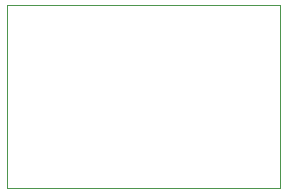
<source format=gbr>
%TF.GenerationSoftware,KiCad,Pcbnew,(6.0.0)*%
%TF.CreationDate,2022-12-04T21:49:26+01:00*%
%TF.ProjectId,SOIC-8 Breakout,534f4943-2d38-4204-9272-65616b6f7574,rev?*%
%TF.SameCoordinates,Original*%
%TF.FileFunction,Profile,NP*%
%FSLAX46Y46*%
G04 Gerber Fmt 4.6, Leading zero omitted, Abs format (unit mm)*
G04 Created by KiCad (PCBNEW (6.0.0)) date 2022-12-04 21:49:26*
%MOMM*%
%LPD*%
G01*
G04 APERTURE LIST*
%TA.AperFunction,Profile*%
%ADD10C,0.100000*%
%TD*%
G04 APERTURE END LIST*
D10*
X140843000Y-93853000D02*
X163957000Y-93853000D01*
X163957000Y-93853000D02*
X163957000Y-109347000D01*
X163957000Y-109347000D02*
X140843000Y-109347000D01*
X140843000Y-109347000D02*
X140843000Y-93853000D01*
M02*

</source>
